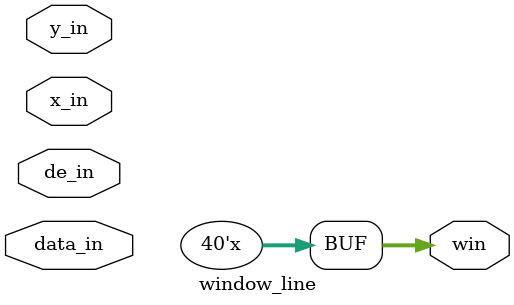
<source format=v>
module window_line(x_in,y_in,de_in,data_in,win);
	input [9:0] x_in,y_in;
	input data_in;
	input de_in;
	output reg [39:0] win;
	
	//
	parameter end_x = 12'd1;
	parameter end_y = 12'd1;
	
	reg [39:0] win_reg;// up  down  left  right
	initial win_reg = {10'd1023,10'd0,10'd1023,10'd0};
	
	always@(*)
	begin
		if(x_in == end_x & y_in == end_y)
		begin
			win = win_reg;
			win_reg = {10'd1023,10'd0,10'd1023,10'd0};
		end
		else if(de_in)
			if(x_in < win_reg[9:0])
				win_reg[9:0] = x_in;
			else if(x_in > win_reg[19:10])
				win_reg[19:10] = x_in;
			else if(y_in < win_reg[39:30])
				win_reg[39:30] = y_in;
			else if(y_in > win_reg[29:20])
				win_reg[29:20] = y_in;
		else
		begin
			win_reg = win_reg;
		end
	end
	
endmodule 
</source>
